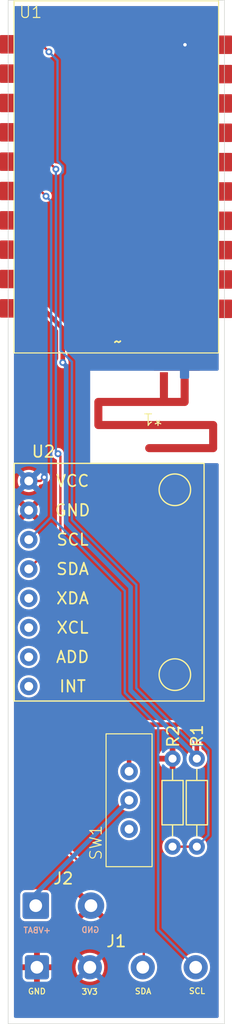
<source format=kicad_pcb>
(kicad_pcb (version 20240108) (generator "pcbnew") (generator_version "8.0")
  (layers (0 "F.Cu" signal) (31 "B.Cu" signal) (34 "B.Paste" user) (35 "F.Paste" user) (36 "B.SilkS" user "B.Silkscreen") (37 "F.SilkS" user "F.Silkscreen") (38 "B.Mask" user) (39 "F.Mask" user) (44 "Edge.Cuts" user))
  (net 0 "")
  (net 1 "/SCL")
  (net 2 "/SDA")
  (net 3 "+3V3")
  (net 4 "GND")
  (net 5 "Net-(U1-D0)")
  (net 17 "+BATT")
  (net 24 "/VBAT_SW")
  (footprint "Resistor_THT:R_Axial_DIN0204_L3.6mm_D1.6mm_P7.62mm_Horizontal" (layer "F.Cu") (at 162.11 108.94 -90)
    (property "Reference" "R1" (at -1.97 -0.01 90) (layer "F.SilkS"))
    (property "Value" "100k" (hide yes))
    (fp_line (start 1.89 0.92) (end 5.73 0.92) (stroke (width 0.12)) (layer "F.SilkS"))
    (fp_line (start 5.73 0.92) (end 5.73 -0.92) (stroke (width 0.12)) (layer "F.SilkS"))
    (fp_line (start 0.94 0) (end 1.89 0) (stroke (width 0.12)) (layer "F.SilkS"))
    (fp_line (start 6.68 0) (end 5.73 0) (stroke (width 0.12)) (layer "F.SilkS"))
    (fp_line (start 1.89 -0.92) (end 1.89 0.92) (stroke (width 0.12)) (layer "F.SilkS"))
    (fp_line (start 5.73 -0.92) (end 1.89 -0.92) (stroke (width 0.12)) (layer "F.SilkS"))
    (pad "1" thru_hole circle (at 0 0 270) (size 1.4 1.4) (drill 0.7) (layers "*.Cu" "*.Mask") (net 24 "/VBAT_SW"))
    (pad "2" thru_hole oval (at 7.62 0 270) (size 1.4 1.4) (drill 0.7) (layers "*.Cu" "*.Mask") (net 5 "Net-(U1-D0)"))
  )
  (footprint "Connector_Wire:SolderWire-0.5sqmm_1x02_P4.8mm_D0.9mm_OD2.3mm" (layer "F.Cu") (at 148.108 121.666)
    (property "Reference" "J2" (at 2.4 -2.35 0) (layer "F.SilkS"))
    (property "Value" "Conn_01x02_Pin" (hide yes))
    (pad "1" thru_hole roundrect (at 0 0) (size 2.3 2.3) (drill 1.1) (layers "*.Cu" "*.Mask") (roundrect_rratio 0.108696) (net 17 "+BATT"))
    (pad "2" thru_hole circle (at 4.8 0) (size 2.3 2.3) (drill 1.1) (layers "*.Cu" "*.Mask") (net 4 "GND"))
  )
  (footprint "usini_sensors:module_mpu6050" (layer "F.Cu") (at 147.5 102.682)
    (property "Reference" "U2" (at 1.27 -20.32 0) (layer "F.SilkS"))
    (property "Value" "module_mpu6050")
    (fp_line (start -1.27 -19.304) (end 15.24 -19.304) (stroke (width 0.12)) (layer "F.SilkS"))
    (fp_line (start -1.27 1.27) (end -1.27 -19.304) (stroke (width 0.12)) (layer "F.SilkS"))
    (fp_line (start 15.24 -19.304) (end 15.24 1.27) (stroke (width 0.12)) (layer "F.SilkS"))
    (fp_line (start 15.24 1.27) (end -1.27 1.27) (stroke (width 0.12)) (layer "F.SilkS"))
    (fp_circle (center 12.7 -17.018) (end 13.208 -15.748) (stroke (width 0.12)) (fill none) (layer "F.SilkS"))
    (fp_circle (center 12.7 -1.016) (end 13.208 0.254) (stroke (width 0.12)) (fill none) (layer "F.SilkS"))
    (fp_text user "ADD" (at 3.81 -2.54 0) (layer "F.SilkS"))
    (fp_text user "INT" (at 3.81 0 0) (layer "F.SilkS"))
    (fp_text user "XCL" (at 3.81 -5.08 0) (layer "F.SilkS"))
    (fp_text user "SCL" (at 3.81 -12.7 0) (layer "F.SilkS"))
    (fp_text user "XDA" (at 3.81 -7.62 0) (layer "F.SilkS"))
    (fp_text user "VCC" (at 3.81 -17.78 0) (layer "F.SilkS"))
    (fp_text user "GND" (at 3.81 -15.24 0) (layer "F.SilkS"))
    (fp_text user "SDA" (at 3.81 -10.16 0) (layer "F.SilkS"))
    (pad "1" thru_hole circle (at 0 -17.78) (size 1.524 1.524) (drill 0.762) (layers "*.Cu" "*.Mask") (net 3 "+3V3"))
    (pad "2" thru_hole circle (at 0 -15.24) (size 1.524 1.524) (drill 0.762) (layers "*.Cu" "*.Mask") (net 4 "GND"))
    (pad "3" thru_hole circle (at 0 -12.7) (size 1.524 1.524) (drill 0.762) (layers "*.Cu" "*.Mask") (net 1 "/SCL"))
    (pad "4" thru_hole circle (at 0 -10.16) (size 1.524 1.524) (drill 0.762) (layers "*.Cu" "*.Mask") (net 2 "/SDA"))
    (pad "5" thru_hole circle (at 0 -7.62) (size 1.524 1.524) (drill 0.762) (layers "*.Cu" "*.Mask"))
    (pad "6" thru_hole circle (at 0 -5.08) (size 1.524 1.524) (drill 0.762) (layers "*.Cu" "*.Mask"))
    (pad "7" thru_hole circle (at 0 -2.54) (size 1.524 1.524) (drill 0.762) (layers "*.Cu" "*.Mask"))
    (pad "8" thru_hole circle (at 0 0) (size 1.524 1.524) (drill 0.762) (layers "*.Cu" "*.Mask"))
  )
  (footprint "hotdoggu_slimeVR_PCB:Geekble_Mini_ESP32C3" (layer "F.Cu") (at 155 57.57)
    (property "Reference" "U1" (at -7.34 -13.25 0) (layer "F.SilkS") (effects (font (thickness 0.1))))
    (property "Value" "~" (at 0.25 15.25 0) (layer "F.SilkS"))
    (fp_rect (start -8.78 -14.23) (end 9 16.25) (stroke (width 0.1)) (fill none) (layer "F.SilkS"))
    (pad "1" smd roundrect (at -8.5 12.39) (size 3 1.6) (layers "F.Cu" "F.Paste" "F.Mask") (roundrect_rratio 0.05) (net 24 "/VBAT_SW"))
    (pad "2" smd roundrect (at -8.5 9.85) (size 3 1.6) (layers "F.Cu" "F.Paste" "F.Mask") (roundrect_rratio 0.05) (net 4 "GND"))
    (pad "3" smd roundrect (at -8.5 7.31) (size 3 1.6) (layers "F.Cu" "F.Paste" "F.Mask") (roundrect_rratio 0.05))
    (pad "4" smd roundrect (at -8.5 4.77) (size 3 1.6) (layers "F.Cu" "F.Paste" "F.Mask") (roundrect_rratio 0.05))
    (pad "5" smd roundrect (at -8.5 2.23) (size 3 1.6) (layers "F.Cu" "F.Paste" "F.Mask") (roundrect_rratio 0.05) (net 1 "/SCL"))
    (pad "6" smd roundrect (at -8.5 -0.31) (size 3 1.6) (layers "F.Cu" "F.Paste" "F.Mask") (roundrect_rratio 0.05) (net 2 "/SDA"))
    (pad "7" smd roundrect (at -8.5 -2.85) (size 3 1.6) (layers "F.Cu" "F.Paste" "F.Mask") (roundrect_rratio 0.05))
    (pad "8" smd roundrect (at -8.5 -5.39) (size 3 1.6) (layers "F.Cu" "F.Paste" "F.Mask") (roundrect_rratio 0.05))
    (pad "9" smd roundrect (at -8.5 -7.93) (size 3 1.6) (layers "F.Cu" "F.Paste" "F.Mask") (roundrect_rratio 0.05))
    (pad "10" smd roundrect (at -8.5 -10.47) (size 3 1.6) (layers "F.Cu" "F.Paste" "F.Mask") (roundrect_rratio 0.05) (net 5 "Net-(U1-D0)"))
    (pad "11" smd roundrect (at 8.68 12.43) (size 3 1.6) (layers "F.Cu" "F.Paste" "F.Mask") (roundrect_rratio 0.05))
    (pad "12" smd roundrect (at 8.68 9.89) (size 3 1.6) (layers "F.Cu" "F.Paste" "F.Mask") (roundrect_rratio 0.05))
    (pad "13" smd roundrect (at 8.68 7.35) (size 3 1.6) (layers "F.Cu" "F.Paste" "F.Mask") (roundrect_rratio 0.05))
    (pad "14" smd roundrect (at 8.68 4.81) (size 3 1.6) (layers "F.Cu" "F.Paste" "F.Mask") (roundrect_rratio 0.05) (net 4 "GND"))
    (pad "15" smd roundrect (at 8.68 2.27) (size 3 1.6) (layers "F.Cu" "F.Paste" "F.Mask") (roundrect_rratio 0.05))
    (pad "16" smd roundrect (at 8.68 -0.27) (size 3 1.6) (layers "F.Cu" "F.Paste" "F.Mask") (roundrect_rratio 0.05))
    (pad "17" smd roundrect (at 8.68 -2.81) (size 3 1.6) (layers "F.Cu" "F.Paste" "F.Mask") (roundrect_rratio 0.05))
    (pad "18" smd roundrect (at 8.68 -5.35) (size 3 1.6) (layers "F.Cu" "F.Paste" "F.Mask") (roundrect_rratio 0.05))
    (pad "19" smd roundrect (at 8.68 -7.89) (size 3 1.6) (layers "F.Cu" "F.Paste" "F.Mask") (roundrect_rratio 0.05))
    (pad "20" smd roundrect (at 8.68 -10.43) (size 3 1.6) (layers "F.Cu" "F.Paste" "F.Mask") (roundrect_rratio 0.05) (net 3 "+3V3"))
  )
  (footprint "Connector_Wire:SolderWire-0.5sqmm_1x04_P4.6mm_D0.9mm_OD2.1mm" (layer "F.Cu") (at 148.21 127)
    (property "Reference" "J1" (at 6.9 -2.25 0) (layer "F.SilkS"))
    (property "Value" "Conn_01x04_Pin")
    (pad "1" thru_hole roundrect (at 0 0) (size 2.1 2.1) (drill 1.1) (layers "*.Cu" "*.Mask") (roundrect_rratio 0.119048) (net 4 "GND"))
    (pad "2" thru_hole circle (at 4.6 0) (size 2.1 2.1) (drill 1.1) (layers "*.Cu" "*.Mask") (net 3 "+3V3"))
    (pad "3" thru_hole circle (at 9.2 0) (size 2.1 2.1) (drill 1.1) (layers "*.Cu" "*.Mask") (net 2 "/SDA"))
    (pad "4" thru_hole circle (at 13.8 0) (size 2.1 2.1) (drill 1.1) (layers "*.Cu" "*.Mask") (net 1 "/SCL"))
  )
  (footprint "hotdoggu_slimeVR_PCB:Meandered PIFA 2.4Ghz Ant" (layer "F.Cu") (at 158.44 79.06 180)
    (property "Reference" "*1" (at 0.18 -0.49 180) (layer "F.SilkS") (effects (font (thickness 0.1))))
    (property "Value" "~")
    (fp_line (start 4.89 1) (end 4.89 -1) (stroke (width 0.7)) (layer "F.Cu"))
    (fp_line (start -0.81 2.81) (end -0.81 1) (stroke (width 0.7)) (layer "F.Cu"))
    (fp_line (start -2.61 2.81) (end -2.61 1) (stroke (width 0.7)) (layer "F.Cu"))
    (fp_line (start -2.61 1) (end 4.89 1) (stroke (width 0.7)) (layer "F.Cu"))
    (fp_line (start -5.09 -1) (end 4.88002 -1) (stroke (width 0.7)) (layer "F.Cu"))
    (fp_line (start -5.09 -1) (end -5.09 -3) (stroke (width 0.7)) (layer "F.Cu"))
    (fp_line (start -5.09 -3) (end 0.47 -3) (stroke (width 0.7)) (layer "F.Cu"))
    (pad "1" connect rect (at -2.61 2.81) (size 0.7 1.524) (layers "F.Cu" "F.Mask") (net 4 "GND"))
    (pad "2" connect rect (at -0.81 2.81) (size 0.7 1.524) (layers "F.Cu" "F.Mask"))
    (zone (net 0) (net_name "") (layers "F&B.Cu" "*.Mask") (connect_pads (clearance 0)) (min_thickness 0.25)
      (keepout (tracks allowed) (vias allowed) (pads allowed) (copperpour not_allowed) (footprints allowed))
      (fill (thermal_gap 0.5) (thermal_bridge_width 0.5))
      (polygon (pts (xy 164.34 83.36) (xy 152.84 83.36) (xy 152.84 75.36) (xy 160.64 75.36) (xy 160.64 76.06) (xy 161.44 76.06) (xy 161.44 75.36) (xy 164.34 75.36)))
    )
  )
  (footprint "hotdoggu_slimeVR_PCB:MSL_1C2P" (layer "F.Cu") (at 156.22 112.533 90)
    (property "Reference" "SW1" (at -3.68 -2.88 90) (layer "F.SilkS") (effects (font (thickness 0.1))))
    (property "Value" "SW_SPDT_312" (hide yes))
    (fp_rect (start -5.76 -2) (end 5.74 2) (stroke (width 0.1)) (fill none) (layer "F.SilkS"))
    (pad "1" thru_hole circle (at -2.51 0 90) (size 1.524 1.524) (drill 0.762) (layers "*.Cu" "*.Mask"))
    (pad "2" thru_hole circle (at -0.01 0 90) (size 1.524 1.524) (drill 0.762) (layers "*.Cu" "*.Mask") (net 17 "+BATT"))
    (pad "3" thru_hole circle (at 2.49 0 90) (size 1.524 1.524) (drill 0.762) (layers "*.Cu" "*.Mask") (net 24 "/VBAT_SW"))
  )
  (footprint "Resistor_THT:R_Axial_DIN0204_L3.6mm_D1.6mm_P7.62mm_Horizontal" (layer "F.Cu") (at 160 116.56 90)
    (property "Reference" "R2" (at 9.56 0.05 90) (layer "F.SilkS"))
    (property "Value" "100k" (hide yes))
    (fp_line (start 5.73 -0.92) (end 1.89 -0.92) (stroke (width 0.12)) (layer "F.SilkS"))
    (fp_line (start 1.89 -0.92) (end 1.89 0.92) (stroke (width 0.12)) (layer "F.SilkS"))
    (fp_line (start 6.68 0) (end 5.73 0) (stroke (width 0.12)) (layer "F.SilkS"))
    (fp_line (start 0.94 0) (end 1.89 0) (stroke (width 0.12)) (layer "F.SilkS"))
    (fp_line (start 5.73 0.92) (end 5.73 -0.92) (stroke (width 0.12)) (layer "F.SilkS"))
    (fp_line (start 1.89 0.92) (end 5.73 0.92) (stroke (width 0.12)) (layer "F.SilkS"))
    (pad "1" thru_hole circle (at 0 0 90) (size 1.4 1.4) (drill 0.7) (layers "*.Cu" "*.Mask") (net 5 "Net-(U1-D0)"))
    (pad "2" thru_hole oval (at 7.62 0 90) (size 1.4 1.4) (drill 0.7) (layers "*.Cu" "*.Mask") (net 4 "GND"))
  )
  (gr_rect (start 158.4 74.72) (end 162.34 75.32) (stroke (width 0.1)) (fill solid) (layer "F.Cu") (net 4))
  (gr_rect (start 160.75 74.92) (end 161.35 75.52) (stroke (width 0.1)) (fill solid) (layer "F.Cu") (net 4))
  (gr_rect (start 145.71 43.29) (end 164.51 131.89) (stroke (width 0.05)) (fill none) (layer "Edge.Cuts"))
  (gr_text "GND" (at 153.68 124.06 0) (layer "B.SilkS") (effects (font (size 0.5 0.5) (thickness 0.1)) (justify left bottom mirror)))
  (gr_text "+VBAT" (at 149.47 124.09 0) (layer "B.SilkS") (effects (font (size 0.5 0.5) (thickness 0.1)) (justify left bottom mirror)))
  (gr_text "SDA" (at 156.67 129.37 0) (layer "F.SilkS") (effects (font (size 0.5 0.5) (thickness 0.1)) (justify left bottom)))
  (gr_text "GND" (at 147.38 129.38 0) (layer "F.SilkS") (effects (font (size 0.5 0.5) (thickness 0.1)) (justify left bottom)))
  (gr_text "3V3" (at 152.04 129.41 0) (layer "F.SilkS") (effects (font (size 0.5 0.5) (thickness 0.1)) (justify left bottom)))
  (gr_text "SCL" (at 161.37 129.35 0) (layer "F.SilkS") (effects (font (size 0.5 0.5) (thickness 0.1)) (justify left bottom)))
  (segment (start 146.5 59.8) (end 148.55 59.8) (width 0.2) (layer "F.Cu") (net 1))
  (segment (start 148.55 59.8) (end 149 60.25) (width 0.2) (layer "F.Cu") (net 1))
  (via (at 149 60.25) (size 0.6) (drill 0.3) (layers "F.Cu" "B.Cu") (net 1))
  (segment (start 149.444 60.694) (end 149.444 88.038) (width 0.2) (layer "B.Cu") (net 1))
  (segment (start 149.472315 88.038) (end 150.85 89.415686) (width 0.2) (layer "B.Cu") (net 1))
  (segment (start 155.85 103.245686) (end 158.75 106.145686) (width 0.2) (layer "B.Cu") (net 1))
  (segment (start 149.444 88.038) (end 147.5 89.982) (width 0.2) (layer "B.Cu") (net 1))
  (segment (start 149.444 88.038) (end 149.472315 88.038) (width 0.2) (layer "B.Cu") (net 1))
  (segment (start 149 60.25) (end 149.444 60.694) (width 0.2) (layer "B.Cu") (net 1))
  (segment (start 158.75 106.145686) (end 158.75 123.74) (width 0.2) (layer "B.Cu") (net 1))
  (segment (start 158.75 123.74) (end 162.01 127) (width 0.2) (layer "B.Cu") (net 1))
  (segment (start 155.85 94.415686) (end 155.85 103.245686) (width 0.2) (layer "B.Cu") (net 1))
  (segment (start 150.85 89.415686) (end 155.85 94.415686) (width 0.2) (layer "B.Cu") (net 1))
  (segment (start 150.25 116.25) (end 150.25 89.772) (width 0.2) (layer "F.Cu") (net 2))
  (segment (start 157.5 126.91) (end 157.5 123.5) (width 0.2) (layer "F.Cu") (net 2))
  (segment (start 149.208 57.26) (end 149.86 57.912) (width 0.2) (layer "F.Cu") (net 2))
  (segment (start 146.5 57.26) (end 149.208 57.26) (width 0.2) (layer "F.Cu") (net 2))
  (segment (start 157.41 127) (end 157.5 126.91) (width 0.2) (layer "F.Cu") (net 2))
  (segment (start 157.5 123.5) (end 150.25 116.25) (width 0.2) (layer "F.Cu") (net 2))
  (segment (start 150.25 82.749998) (end 150.25 89.772) (width 0.2) (layer "F.Cu") (net 2))
  (segment (start 150.25 89.772) (end 147.5 92.522) (width 0.2) (layer "F.Cu") (net 2))
  (segment (start 150.044 82.543998) (end 150.25 82.749998) (width 0.2) (layer "F.Cu") (net 2))
  (via (at 150.044 82.543998) (size 0.6) (drill 0.3) (layers "F.Cu" "B.Cu") (net 2))
  (via (at 149.86 57.912) (size 0.6) (drill 0.3) (layers "F.Cu" "B.Cu") (net 2))
  (segment (start 150.044 82.543998) (end 149.86 82.359998) (width 0.2) (layer "B.Cu") (net 2))
  (segment (start 149.86 82.359998) (end 149.86 57.912) (width 0.2) (layer "B.Cu") (net 2))
  (segment (start 147.5 92.522) (end 147.761 92.261) (width 0.2) (layer "B.Cu") (net 2))
  (segment (start 147.5 84.902) (end 148.524 84.902) (width 0.2) (layer "F.Cu") (net 3))
  (segment (start 161.08 47.14) (end 163.68 47.14) (width 0.4) (layer "F.Cu") (net 3))
  (segment (start 148.524 84.902) (end 148.844 84.582) (width 0.2) (layer "F.Cu") (net 3))
  (via (at 148.844 84.582) (size 0.6) (drill 0.3) (layers "F.Cu" "B.Cu") (net 3))
  (via (at 161.08 47.14) (size 0.6) (drill 0.3) (layers "F.Cu" "B.Cu") (net 3))
  (segment (start 160 116.56) (end 162.11 116.56) (width 0.2) (layer "F.Cu") (net 5))
  (segment (start 146.5 47.1) (end 148.6 47.1) (width 0.2) (layer "F.Cu") (net 5))
  (segment (start 148.6 47.1) (end 149.25 47.75) (width 0.2) (layer "F.Cu") (net 5))
  (via (at 149.25 47.75) (size 0.6) (drill 0.3) (layers "F.Cu" "B.Cu") (net 5))
  (segment (start 162.61 107.75) (end 163.11 108.25) (width 0.2) (layer "B.Cu") (net 5))
  (segment (start 151.25 74.586471) (end 151.25 88.292894) (width 0.2) (layer "B.Cu") (net 5))
  (segment (start 163.11 115.56) (end 162.11 116.56) (width 0.2) (layer "B.Cu") (net 5))
  (segment (start 150 48.5) (end 150 57.203471) (width 0.2) (layer "B.Cu") (net 5))
  (segment (start 150.26 58.360529) (end 150.26 73.596471) (width 0.2) (layer "B.Cu") (net 5))
  (segment (start 161.768526 107.75) (end 162.61 107.75) (width 0.2) (layer "B.Cu") (net 5))
  (segment (start 150 57.203471) (end 150.46 57.663471) (width 0.2) (layer "B.Cu") (net 5))
  (segment (start 150.26 73.596471) (end 151.25 74.586471) (width 0.2) (layer "B.Cu") (net 5))
  (segment (start 150.46 57.663471) (end 150.46 58.160529) (width 0.2) (layer "B.Cu") (net 5))
  (segment (start 156.85 102.831474) (end 161.768526 107.75) (width 0.2) (layer "B.Cu") (net 5))
  (segment (start 150.46 58.160529) (end 150.26 58.360529) (width 0.2) (layer "B.Cu") (net 5))
  (segment (start 156.85 93.892894) (end 156.85 102.831474) (width 0.2) (layer "B.Cu") (net 5))
  (segment (start 149.25 47.75) (end 150 48.5) (width 0.2) (layer "B.Cu") (net 5))
  (segment (start 163.11 108.25) (end 163.11 115.56) (width 0.2) (layer "B.Cu") (net 5))
  (segment (start 151.25 88.292894) (end 156.85 93.892894) (width 0.2) (layer "B.Cu") (net 5))
  (segment (start 148.108 120.655) (end 148.108 121.666) (width 0.4) (layer "F.Cu") (net 17))
  (segment (start 148.108 121.666) (end 148.108 120.655) (width 0.4) (layer "B.Cu") (net 17))
  (segment (start 148.108 120.655) (end 156.22 112.543) (width 0.4) (layer "B.Cu") (net 17))
  (segment (start 146.812 70.272) (end 146.5 69.96) (width 0.2) (layer "F.Cu") (net 24))
  (segment (start 161 106) (end 162.11 107.11) (width 0.4) (layer "F.Cu") (net 24))
  (segment (start 157.5 106) (end 161 106) (width 0.4) (layer "F.Cu") (net 24))
  (segment (start 150.46 74.645) (end 150.46 71.71) (width 0.4) (layer "F.Cu") (net 24))
  (segment (start 162.11 107.11) (end 162.11 108.94) (width 0.4) (layer "F.Cu") (net 24))
  (segment (start 156.22 107.28) (end 157.5 106) (width 0.4) (layer "F.Cu") (net 24))
  (segment (start 156.22 110.043) (end 156.22 107.28) (width 0.4) (layer "F.Cu") (net 24))
  (segment (start 148.71 69.96) (end 146.5 69.96) (width 0.4) (layer "F.Cu") (net 24))
  (segment (start 150.46 71.71) (end 148.71 69.96) (width 0.4) (layer "F.Cu") (net 24))
  (via (at 150.46 74.645) (size 0.6) (drill 0.3) (layers "F.Cu" "B.Cu") (net 24))
  (segment (start 162.11 108.79858) (end 156.35 103.03858) (width 0.4) (layer "B.Cu") (net 24))
  (segment (start 156.35 103.03858) (end 156.35 94.1) (width 0.4) (layer "B.Cu") (net 24))
  (segment (start 150.75 88.5) (end 150.75 74.935) (width 0.4) (layer "B.Cu") (net 24))
  (segment (start 162.11 108.94) (end 162.11 108.79858) (width 0.4) (layer "B.Cu") (net 24))
  (segment (start 150.75 74.935) (end 150.46 74.645) (width 0.4) (layer "B.Cu") (net 24))
  (segment (start 156.35 94.1) (end 150.75 88.5) (width 0.4) (layer "B.Cu") (net 24))
  (zone (net 4) (net_name "GND") (layer "F.Cu") (connect_pads (clearance 0.2)) (min_thickness 0.25) (fill yes (thermal_gap 0.5) (thermal_bridge_width 0.5))
    (polygon (pts (xy 145.7 43.3) (xy 145.7 131.9) (xy 164.5 131.9) (xy 164.5 43.3)))
  )
  (zone (net 3) (net_name "+3V3") (layer "B.Cu") (priority 1) (connect_pads (clearance 0.2)) (min_thickness 0.25) (fill yes (thermal_gap 0.5) (thermal_bridge_width 0.5))
    (polygon (pts (xy 145.7 43.3) (xy 145.7 131.9) (xy 164.5 131.9) (xy 164.5 43.3)))
  )
)
</source>
